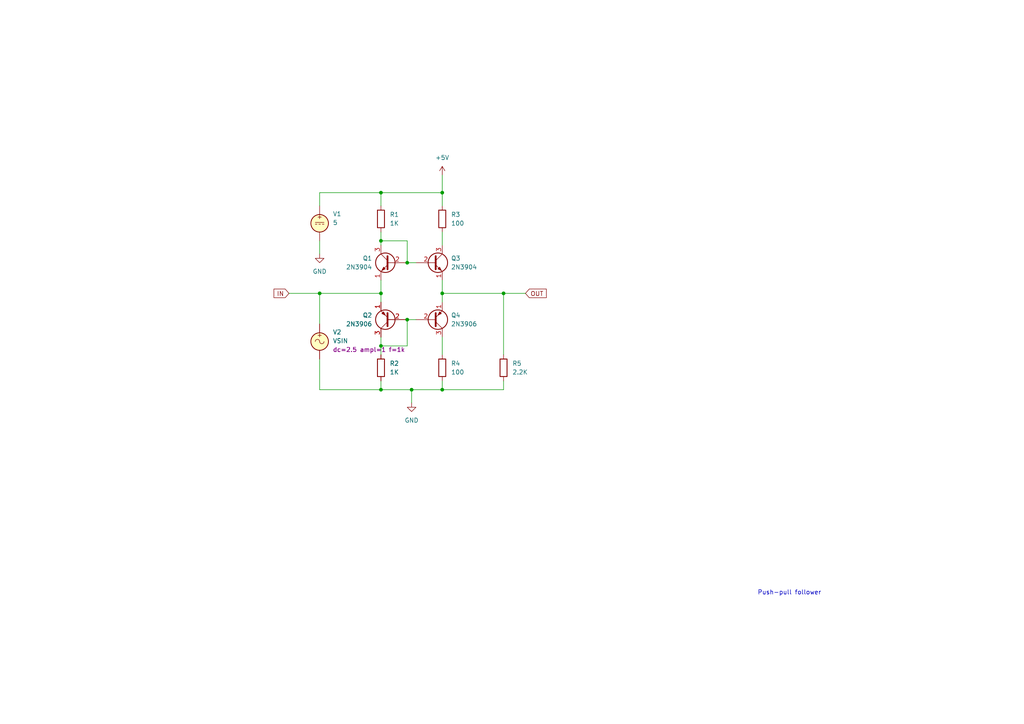
<source format=kicad_sch>
(kicad_sch (version 20211123) (generator eeschema)
  (paper "A4")
  (lib_symbols
    (symbol "Device:R" (pin_numbers hide) (pin_names (offset 0))
      (property "Reference" "R" (at 2.032 0 90))
      (property "Value" "R" (at 0 0 90))
      (symbol "R_0_1"
        (rectangle (start -1.016 -2.54) (end 1.016 2.54) (stroke (width 0.254)))
      )
      (symbol "R_1_1"
        (pin passive line (at 0 3.81 270) (length 1.27) (name "~") (number "1"))
        (pin passive line (at 0 -3.81 90) (length 1.27) (name "~") (number "2"))
      )
    )
    (symbol "Simulation_SPICE:VDC" (pin_numbers hide) (pin_names (offset 0.0254))
      (property "Reference" "V" (at 2.54 2.54 0))
      (property "Value" "VDC" (at 2.54 0 0))
      (property "Spice_Model" "dc(1)" (at 2.54 -2.54 0))
      (symbol "VDC_0_0"
        (polyline (pts (xy -1.27 0.254) (xy 1.27 0.254)))
        (polyline (pts (xy -0.762 -0.254) (xy -1.27 -0.254)))
        (polyline (pts (xy 0.254 -0.254) (xy -0.254 -0.254)))
        (polyline (pts (xy 1.27 -0.254) (xy 0.762 -0.254)))
        (text "+" (at 0 1.905 0) (effects (font (size 1.27 1.27))))
      )
      (symbol "VDC_0_1"
        (circle (center 0 0) (radius 2.54) (stroke (width 0.254)) (fill (type background)))
      )
      (symbol "VDC_1_1"
        (pin passive line (at 0 5.08 270) (length 2.54) (name "~") (number "1"))
        (pin passive line (at 0 -5.08 90) (length 2.54) (name "~") (number "2"))
      )
    )
    (symbol "Simulation_SPICE:VSIN" (pin_numbers hide) (pin_names (offset 0.0254))
      (property "Reference" "V" (at 2.54 2.54 0))
      (property "Value" "VSIN" (at 2.54 0 0))
      (property "Spice_Model" "sin(0 1 1k)" (at 2.54 -2.54 0))
      (symbol "VSIN_0_0"
        (arc (start 0 0) (mid -0.635 0.635) (end -1.27 0))
        (arc (start 0 0) (mid 0.635 -0.635) (end 1.27 0))
        (text "+" (at 0 1.905 0) (effects (font (size 1.27 1.27))))
      )
      (symbol "VSIN_0_1"
        (circle (center 0 0) (radius 2.54) (stroke (width 0.254)) (fill (type background)))
      )
      (symbol "VSIN_1_1"
        (pin passive line (at 0 5.08 270) (length 2.54) (name "~") (number "1"))
        (pin passive line (at 0 -5.08 90) (length 2.54) (name "~") (number "2"))
      )
    )
    (symbol "Transistor_BJT:2N3904" (pin_names (offset 0) hide)
      (property "Reference" "Q" (at 5.08 1.905 0))
      (property "Value" "2N3904" (at 5.08 0 0))
      (symbol "2N3904_0_1"
        (polyline (pts (xy 0.635 0.635) (xy 2.54 2.54)))
        (polyline (pts (xy 0.635 -0.635) (xy 2.54 -2.54) (xy 2.54 -2.54)))
        (polyline (pts (xy 0.635 1.905) (xy 0.635 -1.905) (xy 0.635 -1.905)) (stroke (width 0.508)))
        (polyline (pts (xy 1.27 -1.778) (xy 1.778 -1.27) (xy 2.286 -2.286) (xy 1.27 -1.778) (xy 1.27 -1.778)) (fill (type outline)))
        (circle (center 1.27 0) (radius 2.8194) (stroke (width 0.254)))
      )
      (symbol "2N3904_1_1"
        (pin passive line (at 2.54 -5.08 90) (length 2.54) (name "E") (number "1"))
        (pin passive line (at -5.08 0 0) (length 5.715) (name "B") (number "2"))
        (pin passive line (at 2.54 5.08 270) (length 2.54) (name "C") (number "3"))
      )
    )
    (symbol "Transistor_BJT:2N3906" (pin_names (offset 0) hide)
      (property "Reference" "Q" (at 5.08 1.905 0))
      (property "Value" "2N3906" (at 5.08 0 0))
      (symbol "2N3906_0_1"
        (polyline (pts (xy 0.635 0.635) (xy 2.54 2.54)))
        (polyline (pts (xy 0.635 -0.635) (xy 2.54 -2.54) (xy 2.54 -2.54)))
        (polyline (pts (xy 0.635 1.905) (xy 0.635 -1.905) (xy 0.635 -1.905)) (stroke (width 0.508)))
        (polyline (pts (xy 2.286 -1.778) (xy 1.778 -2.286) (xy 1.27 -1.27) (xy 2.286 -1.778) (xy 2.286 -1.778)) (fill (type outline)))
        (circle (center 1.27 0) (radius 2.8194) (stroke (width 0.254)))
      )
      (symbol "2N3906_1_1"
        (pin passive line (at 2.54 -5.08 90) (length 2.54) (name "E") (number "1"))
        (pin input line (at -5.08 0 0) (length 5.715) (name "B") (number "2"))
        (pin passive line (at 2.54 5.08 270) (length 2.54) (name "C") (number "3"))
      )
    )
    (symbol "power:+5V" (power) (pin_names (offset 0))
      (property "Value" "+5V" (at 0 3.556 0))
      (symbol "+5V_0_1"
        (polyline (pts (xy -0.762 1.27) (xy 0 2.54)))
        (polyline (pts (xy 0 0) (xy 0 2.54)))
        (polyline (pts (xy 0 2.54) (xy 0.762 1.27)))
      )
      (symbol "+5V_1_1"
        (pin power_in line (at 0 0 90) (length 0) hide (name "+5V") (number "1"))
      )
    )
    (symbol "power:GND" (power) (pin_names (offset 0))
      (property "Value" "GND" (at 0 -3.81 0))
      (symbol "GND_0_1"
        (polyline (pts (xy 0 0) (xy 0 -1.27) (xy 1.27 -1.27) (xy 0 -2.54) (xy -1.27 -1.27) (xy 0 -1.27)))
      )
      (symbol "GND_1_1"
        (pin power_in line (at 0 0 270) (length 0) hide (name "GND") (number "1"))
      )
    )
  )
  (junction (at 119.38 113.03))
  (junction (at 128.27 55.88))
  (junction (at 110.49 69.85))
  (junction (at 118.11 76.2))
  (junction (at 118.11 92.71))
  (junction (at 110.49 100.33))
  (junction (at 110.49 113.03))
  (junction (at 146.05 85.09))
  (junction (at 128.27 113.03))
  (junction (at 92.71 85.09))
  (junction (at 110.49 85.09))
  (junction (at 110.49 55.88))
  (junction (at 128.27 85.09))
  (wire (pts (xy 118.11 92.71) (xy 120.65 92.71)))
  (wire (pts (xy 110.49 113.03) (xy 119.38 113.03)))
  (wire (pts (xy 110.49 81.28) (xy 110.49 85.09)))
  (wire (pts (xy 92.71 69.85) (xy 92.71 73.66)))
  (wire (pts (xy 128.27 113.03) (xy 146.05 113.03)))
  (wire (pts (xy 118.11 76.2) (xy 120.65 76.2)))
  (wire (pts (xy 128.27 55.88) (xy 128.27 59.69)))
  (wire (pts (xy 118.11 69.85) (xy 110.49 69.85)))
  (wire (pts (xy 128.27 67.31) (xy 128.27 71.12)))
  (wire (pts (xy 110.49 85.09) (xy 110.49 87.63)))
  (wire (pts (xy 146.05 110.49) (xy 146.05 113.03)))
  (wire (pts (xy 119.38 113.03) (xy 128.27 113.03)))
  (wire (pts (xy 146.05 85.09) (xy 146.05 102.87)))
  (wire (pts (xy 118.11 76.2) (xy 118.11 69.85)))
  (wire (pts (xy 146.05 85.09) (xy 152.4 85.09)))
  (wire (pts (xy 92.71 104.14) (xy 92.71 113.03)))
  (wire (pts (xy 110.49 69.85) (xy 110.49 71.12)))
  (wire (pts (xy 110.49 100.33) (xy 110.49 102.87)))
  (wire (pts (xy 128.27 97.79) (xy 128.27 102.87)))
  (wire (pts (xy 83.82 85.09) (xy 92.71 85.09)))
  (wire (pts (xy 110.49 59.69) (xy 110.49 55.88)))
  (wire (pts (xy 92.71 85.09) (xy 92.71 93.98)))
  (wire (pts (xy 119.38 113.03) (xy 119.38 116.84)))
  (wire (pts (xy 128.27 50.8) (xy 128.27 55.88)))
  (wire (pts (xy 92.71 55.88) (xy 110.49 55.88)))
  (wire (pts (xy 118.11 100.33) (xy 118.11 92.71)))
  (wire (pts (xy 110.49 67.31) (xy 110.49 69.85)))
  (wire (pts (xy 110.49 97.79) (xy 110.49 100.33)))
  (wire (pts (xy 128.27 85.09) (xy 128.27 87.63)))
  (wire (pts (xy 110.49 55.88) (xy 128.27 55.88)))
  (wire (pts (xy 92.71 85.09) (xy 110.49 85.09)))
  (wire (pts (xy 110.49 100.33) (xy 118.11 100.33)))
  (wire (pts (xy 110.49 110.49) (xy 110.49 113.03)))
  (wire (pts (xy 92.71 113.03) (xy 110.49 113.03)))
  (wire (pts (xy 128.27 85.09) (xy 146.05 85.09)))
  (wire (pts (xy 92.71 59.69) (xy 92.71 55.88)))
  (wire (pts (xy 128.27 81.28) (xy 128.27 85.09)))
  (wire (pts (xy 128.27 110.49) (xy 128.27 113.03)))
  (text "Push-pull follower" (at 219.71 172.72 0) (effects (font (size 1.27 1.27)) (justify left bottom)))
  (global_label "IN" (shape input) (at 83.82 85.09 180) (property "Intersheet References" "${INTERSHEET_REFS}" (effects hide)))
  (global_label "OUT" (shape input) (at 152.4 85.09 0) (property "Intersheet References" "${INTERSHEET_REFS}" (effects hide)))
  (symbol (lib_id "Device:R") (at 146.05 106.68 0) (unit 1)
    (property "Reference" "R5" (at 148.59 105.4099 0) (effects (justify left)))
    (property "Value" "2.2K" (at 148.59 107.9499 0) (effects (justify left)))
  )
  (symbol (lib_id "Transistor_BJT:2N3904") (at 113.03 76.2 0) (mirror y) (unit 1)
    (property "Reference" "Q1" (at 107.95 74.9299 0) (effects (justify left)))
    (property "Value" "2N3904" (at 107.95 77.4699 0) (effects (justify left)))
    (property "Footprint" "Package_TO_SOT_THT:TO-92_Inline" (effects hide))
    (property "Datasheet" "https://www.onsemi.com/pub/Collateral/2N3903-D.PDF" (effects hide))
    (property "Spice_Primitive" "Q" (effects hide))
    (property "Spice_Model" "2N3904" (effects hide))
    (property "Spice_Netlist_Enabled" "Y" (effects hide))
    (property "Spice_Lib_File" "/usr/home/trombik/github/KiCad-Spice-Library/Models/Transistor/BJT/BJT.lib" (effects hide))
    (property "Spice_Node_Sequence" "321" (effects hide))
  )
  (symbol (lib_id "Device:R") (at 128.27 106.68 0) (unit 1)
    (property "Reference" "R4" (at 130.81 105.4099 0) (effects (justify left)))
    (property "Value" "100" (at 130.81 107.9499 0) (effects (justify left)))
  )
  (symbol (lib_id "power:GND") (at 92.71 73.66 0) (unit 1)
    (property "Reference" "#PWR01" (effects hide))
    (property "Value" "GND" (at 92.71 78.74 0))
  )
  (symbol (lib_id "Transistor_BJT:2N3906") (at 113.03 92.71 180) (unit 1)
    (property "Reference" "Q2" (at 107.95 91.4399 0) (effects (justify left)))
    (property "Value" "2N3906" (at 107.95 93.9799 0) (effects (justify left)))
    (property "Footprint" "Package_TO_SOT_THT:TO-92_Inline" (effects hide))
    (property "Datasheet" "https://www.onsemi.com/pub/Collateral/2N3906-D.PDF" (effects hide))
    (property "Spice_Primitive" "Q" (effects hide))
    (property "Spice_Model" "2N3906" (effects hide))
    (property "Spice_Netlist_Enabled" "Y" (effects hide))
    (property "Spice_Lib_File" "/home/trombik/github/KiCad-Spice-Library/Models/Transistor/BJT/BJT.lib" (effects hide))
  )
  (symbol (lib_id "Device:R") (at 128.27 63.5 0) (unit 1)
    (property "Reference" "R3" (at 130.81 62.2299 0) (effects (justify left)))
    (property "Value" "100" (at 130.81 64.7699 0) (effects (justify left)))
  )
  (symbol (lib_id "Device:R") (at 110.49 106.68 0) (unit 1)
    (property "Reference" "R2" (at 113.03 105.4099 0) (effects (justify left)))
    (property "Value" "1K" (at 113.03 107.9499 0) (effects (justify left)))
  )
  (symbol (lib_id "power:GND") (at 119.38 116.84 0) (unit 1)
    (property "Reference" "#PWR02" (effects hide))
    (property "Value" "GND" (at 119.38 121.92 0))
  )
  (symbol (lib_id "Simulation_SPICE:VSIN") (at 92.71 99.06 0) (unit 1)
    (property "Reference" "V2" (at 96.52 96.3301 0) (effects (justify left)))
    (property "Value" "VSIN" (at 96.52 98.8701 0) (effects (justify left)))
    (property "Spice_Netlist_Enabled" "Y" (effects hide))
    (property "Spice_Primitive" "V" (effects hide))
    (property "Spice_Model" "sin(2.5 1 1k)" (at 96.52 101.4101 0) (effects (justify left)))
  )
  (symbol (lib_id "Transistor_BJT:2N3904") (at 125.73 76.2 0) (unit 1)
    (property "Reference" "Q3" (at 130.81 74.9299 0) (effects (justify left)))
    (property "Value" "2N3904" (at 130.81 77.4699 0) (effects (justify left)))
    (property "Footprint" "Package_TO_SOT_THT:TO-92_Inline" (effects hide))
    (property "Datasheet" "https://www.onsemi.com/pub/Collateral/2N3903-D.PDF" (effects hide))
    (property "Spice_Primitive" "Q" (effects hide))
    (property "Spice_Model" "2N3904" (effects hide))
    (property "Spice_Netlist_Enabled" "Y" (effects hide))
    (property "Spice_Lib_File" "/usr/home/trombik/github/KiCad-Spice-Library/Models/Transistor/BJT/BJT.lib" (effects hide))
    (property "Spice_Node_Sequence" "321" (effects hide))
  )
  (symbol (lib_id "power:+5V") (at 128.27 50.8 0) (unit 1)
    (property "Reference" "#PWR03" (effects hide))
    (property "Value" "+5V" (at 128.27 45.72 0))
  )
  (symbol (lib_id "Device:R") (at 110.49 63.5 0) (unit 1)
    (property "Reference" "R1" (at 113.03 62.2299 0) (effects (justify left)))
    (property "Value" "1K" (at 113.03 64.7699 0) (effects (justify left)))
  )
  (symbol (lib_id "Simulation_SPICE:VDC") (at 92.71 64.77 0) (unit 1)
    (property "Reference" "V1" (at 96.52 62.0401 0) (effects (justify left)))
    (property "Value" "VDC" (at 96.52 64.5801 0) (effects (justify left)))
    (property "Spice_Netlist_Enabled" "Y" (effects hide))
    (property "Spice_Primitive" "V" (effects hide))
    (property "Spice_Model" "dc(5)" (at 96.52 67.1201 0) (effects (justify left)))
  )
  (symbol (lib_id "Transistor_BJT:2N3906") (at 125.73 92.71 0) (mirror x) (unit 1)
    (property "Reference" "Q4" (at 130.81 91.4399 0) (effects (justify left)))
    (property "Value" "2N3906" (at 130.81 93.9799 0) (effects (justify left)))
    (property "Footprint" "Package_TO_SOT_THT:TO-92_Inline" (effects hide))
    (property "Datasheet" "https://www.onsemi.com/pub/Collateral/2N3906-D.PDF" (effects hide))
    (property "Spice_Primitive" "Q" (effects hide))
    (property "Spice_Model" "2N3906" (effects hide))
    (property "Spice_Netlist_Enabled" "Y" (effects hide))
    (property "Spice_Lib_File" "/usr/home/trombik/github/KiCad-Spice-Library/Models/Transistor/BJT/BJT.lib" (effects hide))
  )
)
</source>
